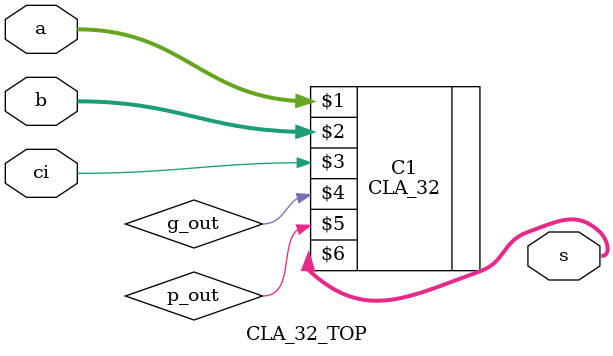
<source format=v>

`timescale 1ns / 1ps

module CLA_32_TOP(
    input [31:0] a, b,
    input ci,
    output [31:0] s);
    
    wire g_out, p_out; // internal wires
    
    // CLA32
    CLA_32 C1(a, b, ci, g_out, p_out, s); // use cla_32 module
endmodule

</source>
